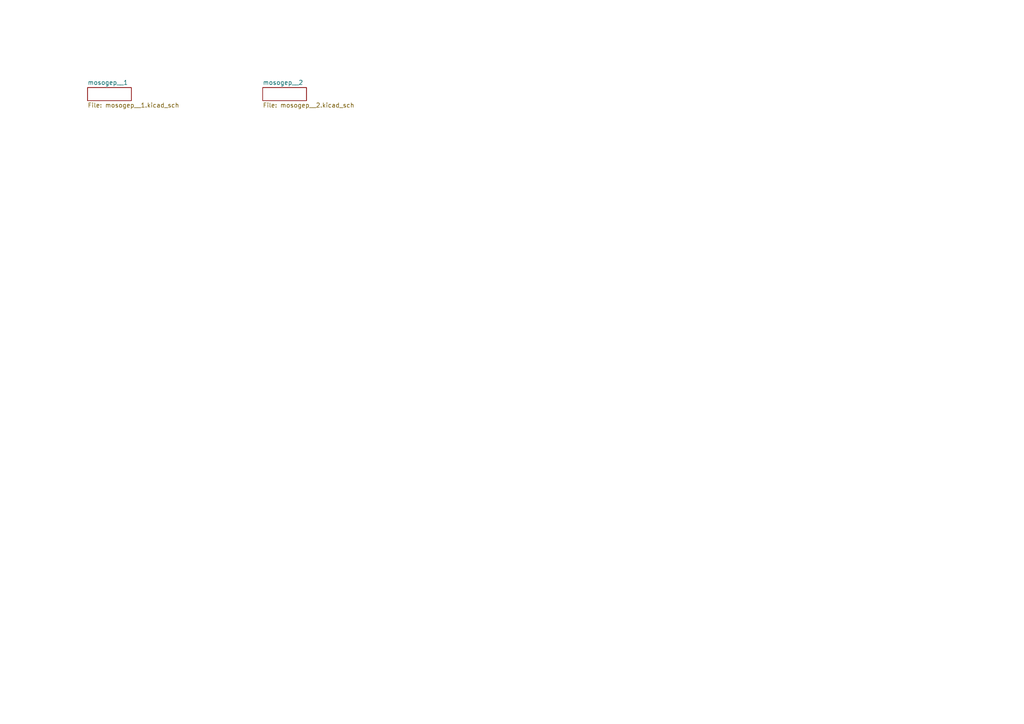
<source format=kicad_sch>
(kicad_sch
	(version 20231120)
	(generator "eeschema")
	(generator_version "8.0")
	(uuid "f5d6ee47-cb72-4dfa-854b-82c8b99ca208")
	(paper "A4")
	(lib_symbols)
	(sheet
		(at 76.2 25.4)
		(size 12.7 3.81)
		(fields_autoplaced yes)
		(stroke
			(width 0)
			(type solid)
		)
		(fill
			(color 0 0 0 0.0000)
		)
		(uuid "66bab421-5542-4b41-adb6-9f1e4ea1be22")
		(property "Sheetname" "mosogep__2"
			(at 76.2 24.6884 0)
			(effects
				(font
					(size 1.27 1.27)
				)
				(justify left bottom)
			)
		)
		(property "Sheetfile" "mosogep__2.kicad_sch"
			(at 76.2 29.7946 0)
			(effects
				(font
					(size 1.27 1.27)
				)
				(justify left top)
			)
		)
		(instances
			(project "mosogep_"
				(path "/f5d6ee47-cb72-4dfa-854b-82c8b99ca208"
					(page "2")
				)
			)
		)
	)
	(sheet
		(at 25.4 25.4)
		(size 12.7 3.81)
		(fields_autoplaced yes)
		(stroke
			(width 0)
			(type solid)
		)
		(fill
			(color 0 0 0 0.0000)
		)
		(uuid "bc668aad-4466-4a82-b154-24b492b4b318")
		(property "Sheetname" "mosogep__1"
			(at 25.4 24.6884 0)
			(effects
				(font
					(size 1.27 1.27)
				)
				(justify left bottom)
			)
		)
		(property "Sheetfile" "mosogep__1.kicad_sch"
			(at 25.4 29.7946 0)
			(effects
				(font
					(size 1.27 1.27)
				)
				(justify left top)
			)
		)
		(instances
			(project "mosogep_"
				(path "/f5d6ee47-cb72-4dfa-854b-82c8b99ca208"
					(page "1")
				)
			)
		)
	)
	(sheet_instances
		(path "/"
			(page "1")
		)
	)
)
</source>
